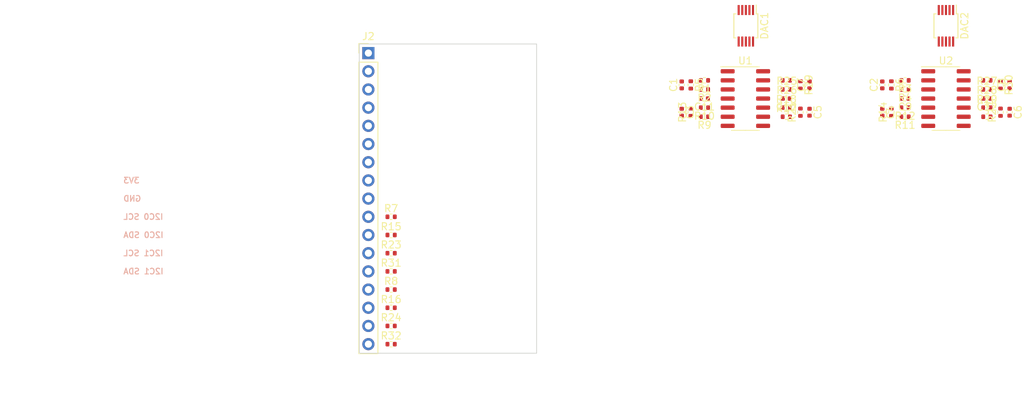
<source format=kicad_pcb>
(kicad_pcb (version 20221018) (generator pcbnew)
  (layers (0 "F.Cu" signal) (31 "B.Cu" signal) (34 "B.Paste" user) (35 "F.Paste" user) (36 "B.SilkS" user "B.Silkscreen") (37 "F.SilkS" user "F.Silkscreen") (38 "B.Mask" user) (39 "F.Mask" user) (44 "Edge.Cuts" user))
  (net 0 "")
  (net 1 "+3.3V")
  (net 2 "/I2C0_SCL")
  (net 3 "/I2C0_SDA")
  (net 4 "Earth")
  (net 6 "/DAC_0_OUTA")
  (net 7 "/DAC_0_OUTB")
  (net 8 "/DAC_0_OUTC")
  (net 9 "/DAC_0_OUTD")
  (net 10 "/I2C1_SCL")
  (net 11 "/I2C1_SDA")
  (net 13 "/DAC_1_OUTA")
  (net 14 "/DAC_1_OUTB")
  (net 15 "/DAC_1_OUTC")
  (net 16 "/DAC_1_OUTD")
  (net 17 "Net-(U1A-+)")
  (net 18 "Net-(C1-Pad2)")
  (net 19 "Net-(U2A-+)")
  (net 20 "Net-(C2-Pad2)")
  (net 21 "Net-(U1B-+)")
  (net 22 "Net-(C3-Pad2)")
  (net 23 "Net-(U2B-+)")
  (net 24 "Net-(C4-Pad2)")
  (net 25 "Net-(U1C-+)")
  (net 26 "Net-(C5-Pad2)")
  (net 27 "Net-(U2C-+)")
  (net 28 "Net-(C6-Pad2)")
  (net 29 "Net-(U1D-+)")
  (net 30 "Net-(C7-Pad2)")
  (net 31 "Net-(U2D-+)")
  (net 32 "Net-(C8-Pad2)")
  (net 33 "/DAC_OFFSET")
  (net 34 "/CV_OUTPUT_1")
  (net 35 "/CV_OUTPUT_2")
  (net 36 "/CV_OUTPUT_3")
  (net 37 "/CV_OUTPUT_4")
  (net 38 "/CV_OUTPUT_5")
  (net 39 "/CV_OUTPUT_6")
  (net 40 "/CV_OUTPUT_7")
  (net 41 "/CV_OUTPUT_8")
  (net 42 "+12V")
  (net 43 "-12V")
  (footprint "Capacitor_SMD:C_0402_1005Metric" (layer "F.Cu") (at 61.595 8.255 -90)
    (fp_text reference "C5" (at 0 -1.16 90) (layer "F.SilkS"))
    (fp_text value "100p")
    (fp_line (start -0.107836 -0.36) (end 0.107836 -0.36) (stroke (width 0.12)) (layer "F.SilkS"))
    (fp_line (start -0.107836 0.36) (end 0.107836 0.36) (stroke (width 0.12)) (layer "F.SilkS"))
    (pad "1" smd roundrect (at -0.48 0 270) (size 0.56 0.62) (layers "F.Cu" "F.Paste" "F.Mask") (net 25 "Net-(U1C-+)"))
    (pad "2" smd roundrect (at 0.48 0 270) (size 0.56 0.62) (layers "F.Cu" "F.Paste" "F.Mask") (net 26 "Net-(C5-Pad2)"))
  )
  (footprint "Resistor_SMD:R_0402_1005Metric" (layer "F.Cu") (at 58.355 8.89)
    (fp_text reference "R17" (at 0 -1.17) (layer "F.SilkS"))
    (fp_text value "100K")
    (fp_line (start -0.153641 -0.38) (end 0.153641 -0.38) (stroke (width 0.12)) (layer "F.SilkS"))
    (fp_line (start -0.153641 0.38) (end 0.153641 0.38) (stroke (width 0.12)) (layer "F.SilkS"))
    (pad "1" smd roundrect (at -0.51 0) (size 0.54 0.64) (layers "F.Cu" "F.Paste" "F.Mask") (net 25 "Net-(U1C-+)"))
    (pad "2" smd roundrect (at 0.51 0) (size 0.54 0.64) (layers "F.Cu" "F.Paste" "F.Mask") (net 33 "/DAC_OFFSET"))
  )
  (footprint "Resistor_SMD:R_0402_1005Metric" (layer "F.Cu") (at 74.93 5.08 180)
    (fp_text reference "R4" (at 0 -1.17) (layer "F.SilkS"))
    (fp_text value "100K")
    (fp_line (start -0.153641 -0.38) (end 0.153641 -0.38) (stroke (width 0.12)) (layer "F.SilkS"))
    (fp_line (start -0.153641 0.38) (end 0.153641 0.38) (stroke (width 0.12)) (layer "F.SilkS"))
    (pad "1" smd roundrect (at -0.51 0 180) (size 0.54 0.64) (layers "F.Cu" "F.Paste" "F.Mask") (net 19 "Net-(U2A-+)"))
    (pad "2" smd roundrect (at 0.51 0 180) (size 0.54 0.64) (layers "F.Cu" "F.Paste" "F.Mask") (net 13 "/DAC_1_OUTA"))
  )
  (footprint "Resistor_SMD:R_0402_1005Metric" (layer "F.Cu") (at 58.355 5.08)
    (fp_text reference "R26" (at 0.065 0.1) (layer "F.SilkS"))
    (fp_text value "100K")
    (fp_line (start -0.153641 -0.38) (end 0.153641 -0.38) (stroke (width 0.12)) (layer "F.SilkS"))
    (fp_line (start -0.153641 0.38) (end 0.153641 0.38) (stroke (width 0.12)) (layer "F.SilkS"))
    (pad "1" smd roundrect (at -0.51 0) (size 0.54 0.64) (layers "F.Cu" "F.Paste" "F.Mask") (net 29 "Net-(U1D-+)"))
    (pad "2" smd roundrect (at 0.51 0) (size 0.54 0.64) (layers "F.Cu" "F.Paste" "F.Mask") (net 9 "/DAC_0_OUTD"))
  )
  (footprint "Package_SO:SOIC-14_3.9x8.7mm_P1.27mm" (layer "F.Cu") (at 80.645 6.35)
    (fp_text reference "U2" (at 0 -5.28) (layer "F.SilkS"))
    (fp_text value "TL074")
    (fp_line (start 0 -4.435) (end -3.45 -4.435) (stroke (width 0.12)) (layer "F.SilkS"))
    (fp_line (start 0 -4.435) (end 1.95 -4.435) (stroke (width 0.12)) (layer "F.SilkS"))
    (fp_line (start 0 4.435) (end -1.95 4.435) (stroke (width 0.12)) (layer "F.SilkS"))
    (fp_line (start 0 4.435) (end 1.95 4.435) (stroke (width 0.12)) (layer "F.SilkS"))
    (pad "1" smd roundrect (at -2.475 -3.81) (size 1.95 0.6) (layers "F.Cu" "F.Paste" "F.Mask") (net 20 "Net-(C2-Pad2)"))
    (pad "2" smd roundrect (at -2.475 -2.54) (size 1.95 0.6) (layers "F.Cu" "F.Paste" "F.Mask") (net 4 "Earth"))
    (pad "3" smd roundrect (at -2.475 -1.27) (size 1.95 0.6) (layers "F.Cu" "F.Paste" "F.Mask") (net 19 "Net-(U2A-+)"))
    (pad "4" smd roundrect (at -2.475 0) (size 1.95 0.6) (layers "F.Cu" "F.Paste" "F.Mask") (net 42 "+12V"))
    (pad "5" smd roundrect (at -2.475 1.27) (size 1.95 0.6) (layers "F.Cu" "F.Paste" "F.Mask") (net 23 "Net-(U2B-+)"))
    (pad "6" smd roundrect (at -2.475 2.54) (size 1.95 0.6) (layers "F.Cu" "F.Paste" "F.Mask") (net 4 "Earth"))
    (pad "7" smd roundrect (at -2.475 3.81) (size 1.95 0.6) (layers "F.Cu" "F.Paste" "F.Mask") (net 24 "Net-(C4-Pad2)"))
    (pad "8" smd roundrect (at 2.475 3.81) (size 1.95 0.6) (layers "F.Cu" "F.Paste" "F.Mask") (net 28 "Net-(C6-Pad2)"))
    (pad "9" smd roundrect (at 2.475 2.54) (size 1.95 0.6) (layers "F.Cu" "F.Paste" "F.Mask") (net 4 "Earth"))
    (pad "10" smd roundrect (at 2.475 1.27) (size 1.95 0.6) (layers "F.Cu" "F.Paste" "F.Mask") (net 27 "Net-(U2C-+)"))
    (pad "11" smd roundrect (at 2.475 0) (size 1.95 0.6) (layers "F.Cu" "F.Paste" "F.Mask") (net 43 "-12V"))
    (pad "12" smd roundrect (at 2.475 -1.27) (size 1.95 0.6) (layers "F.Cu" "F.Paste" "F.Mask") (net 31 "Net-(U2D-+)"))
    (pad "13" smd roundrect (at 2.475 -2.54) (size 1.95 0.6) (layers "F.Cu" "F.Paste" "F.Mask") (net 4 "Earth"))
    (pad "14" smd roundrect (at 2.475 -3.81) (size 1.95 0.6) (layers "F.Cu" "F.Paste" "F.Mask") (net 32 "Net-(C8-Pad2)"))
  )
  (footprint "Capacitor_SMD:C_0402_1005Metric" (layer "F.Cu") (at 86.36 6.35 180)
    (fp_text reference "C12" (at 0 -1.16) (layer "F.SilkS"))
    (fp_text value "100n")
    (fp_line (start -0.107836 -0.36) (end 0.107836 -0.36) (stroke (width 0.12)) (layer "F.SilkS"))
    (fp_line (start -0.107836 0.36) (end 0.107836 0.36) (stroke (width 0.12)) (layer "F.SilkS"))
    (pad "1" smd roundrect (at -0.48 0 180) (size 0.56 0.62) (layers "F.Cu" "F.Paste" "F.Mask") (net 4 "Earth"))
    (pad "2" smd roundrect (at 0.48 0 180) (size 0.56 0.62) (layers "F.Cu" "F.Paste" "F.Mask") (net 43 "-12V"))
  )
  (footprint "Capacitor_SMD:C_0402_1005Metric" (layer "F.Cu") (at 43.75 8.255 -90)
    (fp_text reference "C3" (at 0 -1.16 90) (layer "F.SilkS"))
    (fp_text value "100p")
    (fp_line (start -0.107836 -0.36) (end 0.107836 -0.36) (stroke (width 0.12)) (layer "F.SilkS"))
    (fp_line (start -0.107836 0.36) (end 0.107836 0.36) (stroke (width 0.12)) (layer "F.SilkS"))
    (pad "1" smd roundrect (at -0.48 0 270) (size 0.56 0.62) (layers "F.Cu" "F.Paste" "F.Mask") (net 21 "Net-(U1B-+)"))
    (pad "2" smd roundrect (at 0.48 0 270) (size 0.56 0.62) (layers "F.Cu" "F.Paste" "F.Mask") (net 22 "Net-(C3-Pad2)"))
  )
  (footprint "Package_SO:MSOP-10_3x3mm_P0.5mm" (layer "F.Cu") (at 80.645 -3.81 -90)
    (fp_text reference "DAC2" (at 0 -2.6 90) (layer "F.SilkS"))
    (fp_text value "MCP4728")
    (fp_line (start -1.675 -1.675) (end -1.675 -1.45) (stroke (width 0.15)) (layer "F.SilkS"))
    (fp_line (start -1.675 -1.675) (end 1.675 -1.675) (stroke (width 0.15)) (layer "F.SilkS"))
    (fp_line (start -1.675 -1.45) (end -2.9 -1.45) (stroke (width 0.15)) (layer "F.SilkS"))
    (fp_line (start -1.675 1.675) (end -1.675 1.375) (stroke (width 0.15)) (layer "F.SilkS"))
    (fp_line (start -1.675 1.675) (end 1.675 1.675) (stroke (width 0.15)) (layer "F.SilkS"))
    (fp_line (start 1.675 -1.675) (end 1.675 -1.375) (stroke (width 0.15)) (layer "F.SilkS"))
    (fp_line (start 1.675 1.675) (end 1.675 1.375) (stroke (width 0.15)) (layer "F.SilkS"))
    (pad "1" smd rect (at -2.2 -1 270) (size 1.4 0.3) (layers "F.Cu" "F.Paste" "F.Mask") (net 1 "+3.3V"))
    (pad "2" smd rect (at -2.2 -0.5 270) (size 1.4 0.3) (layers "F.Cu" "F.Paste" "F.Mask") (net 10 "/I2C1_SCL"))
    (pad "3" smd rect (at -2.2 0 270) (size 1.4 0.3) (layers "F.Cu" "F.Paste" "F.Mask") (net 11 "/I2C1_SDA"))
    (pad "4" smd rect (at -2.2 0.5 270) (size 1.4 0.3) (layers "F.Cu" "F.Paste" "F.Mask") (net 4 "Earth"))
    (pad "5" smd rect (at -2.2 1 270) (size 1.4 0.3) (layers "F.Cu" "F.Paste" "F.Mask"))
    (pad "6" smd rect (at 2.2 1 270) (size 1.4 0.3) (layers "F.Cu" "F.Paste" "F.Mask") (net 13 "/DAC_1_OUTA"))
    (pad "7" smd rect (at 2.2 0.5 270) (size 1.4 0.3) (layers "F.Cu" "F.Paste" "F.Mask") (net 14 "/DAC_1_OUTB"))
    (pad "8" smd rect (at 2.2 0 270) (size 1.4 0.3) (layers "F.Cu" "F.Paste" "F.Mask") (net 15 "/DAC_1_OUTC"))
    (pad "9" smd rect (at 2.2 -0.5 270) (size 1.4 0.3) (layers "F.Cu" "F.Paste" "F.Mask") (net 16 "/DAC_1_OUTD"))
    (pad "10" smd rect (at 2.2 -1 270) (size 1.4 0.3) (layers "F.Cu" "F.Paste" "F.Mask") (net 4 "Earth"))
  )
  (footprint "Resistor_SMD:R_0402_1005Metric" (layer "F.Cu") (at 86.36 7.62)
    (fp_text reference "R20" (at 0 -1.17) (layer "F.SilkS"))
    (fp_text value "100K")
    (fp_line (start -0.153641 -0.38) (end 0.153641 -0.38) (stroke (width 0.12)) (layer "F.SilkS"))
    (fp_line (start -0.153641 0.38) (end 0.153641 0.38) (stroke (width 0.12)) (layer "F.SilkS"))
    (pad "1" smd roundrect (at -0.51 0) (size 0.54 0.64) (layers "F.Cu" "F.Paste" "F.Mask") (net 27 "Net-(U2C-+)"))
    (pad "2" smd roundrect (at 0.51 0) (size 0.54 0.64) (layers "F.Cu" "F.Paste" "F.Mask") (net 15 "/DAC_1_OUTC"))
  )
  (footprint "Capacitor_SMD:C_0402_1005Metric" (layer "F.Cu") (at 74.93 6.35 180)
    (fp_text reference "C9" (at 0 -1.16) (layer "F.SilkS"))
    (fp_text value "100n")
    (fp_line (start -0.107836 -0.36) (end 0.107836 -0.36) (stroke (width 0.12)) (layer "F.SilkS"))
    (fp_line (start -0.107836 0.36) (end 0.107836 0.36) (stroke (width 0.12)) (layer "F.SilkS"))
    (pad "1" smd roundrect (at -0.48 0 180) (size 0.56 0.62) (layers "F.Cu" "F.Paste" "F.Mask") (net 42 "+12V"))
    (pad "2" smd roundrect (at 0.48 0 180) (size 0.56 0.62) (layers "F.Cu" "F.Paste" "F.Mask") (net 4 "Earth"))
  )
  (footprint "Package_SO:MSOP-10_3x3mm_P0.5mm" (layer "F.Cu") (at 52.705 -3.81 -90)
    (fp_text reference "DAC1" (at 0 -2.6 90) (layer "F.SilkS"))
    (fp_text value "MCP4728")
    (fp_line (start -1.675 -1.675) (end -1.675 -1.45) (stroke (width 0.15)) (layer "F.SilkS"))
    (fp_line (start -1.675 -1.675) (end 1.675 -1.675) (stroke (width 0.15)) (layer "F.SilkS"))
    (fp_line (start -1.675 -1.45) (end -2.9 -1.45) (stroke (width 0.15)) (layer "F.SilkS"))
    (fp_line (start -1.675 1.675) (end -1.675 1.375) (stroke (width 0.15)) (layer "F.SilkS"))
    (fp_line (start -1.675 1.675) (end 1.675 1.675) (stroke (width 0.15)) (layer "F.SilkS"))
    (fp_line (start 1.675 -1.675) (end 1.675 -1.375) (stroke (width 0.15)) (layer "F.SilkS"))
    (fp_line (start 1.675 1.675) (end 1.675 1.375) (stroke (width 0.15)) (layer "F.SilkS"))
    (pad "1" smd rect (at -2.2 -1 270) (size 1.4 0.3) (layers "F.Cu" "F.Paste" "F.Mask") (net 1 "+3.3V"))
    (pad "2" smd rect (at -2.2 -0.5 270) (size 1.4 0.3) (layers "F.Cu" "F.Paste" "F.Mask") (net 2 "/I2C0_SCL"))
    (pad "3" smd rect (at -2.2 0 270) (size 1.4 0.3) (layers "F.Cu" "F.Paste" "F.Mask") (net 3 "/I2C0_SDA"))
    (pad "4" smd rect (at -2.2 0.5 270) (size 1.4 0.3) (layers "F.Cu" "F.Paste" "F.Mask") (net 4 "Earth"))
    (pad "5" smd rect (at -2.2 1 270) (size 1.4 0.3) (layers "F.Cu" "F.Paste" "F.Mask"))
    (pad "6" smd rect (at 2.2 1 270) (size 1.4 0.3) (layers "F.Cu" "F.Paste" "F.Mask") (net 6 "/DAC_0_OUTA"))
    (pad "7" smd rect (at 2.2 0.5 270) (size 1.4 0.3) (layers "F.Cu" "F.Paste" "F.Mask") (net 7 "/DAC_0_OUTB"))
    (pad "8" smd rect (at 2.2 0 270) (size 1.4 0.3) (layers "F.Cu" "F.Paste" "F.Mask") (net 8 "/DAC_0_OUTC"))
    (pad "9" smd rect (at 2.2 -0.5 270) (size 1.4 0.3) (layers "F.Cu" "F.Paste" "F.Mask") (net 9 "/DAC_0_OUTD"))
    (pad "10" smd rect (at 2.2 -1 270) (size 1.4 0.3) (layers "F.Cu" "F.Paste" "F.Mask") (net 4 "Earth"))
  )
  (footprint "Capacitor_SMD:C_0402_1005Metric" (layer "F.Cu") (at 89.535 4.445 90)
    (fp_text reference "C8" (at 0 -1.16 90) (layer "F.SilkS"))
    (fp_text value "100p")
    (fp_line (start -0.107836 -0.36) (end 0.107836 -0.36) (stroke (width 0.12)) (layer "F.SilkS"))
    (fp_line (start -0.107836 0.36) (end 0.107836 0.36) (stroke (width 0.12)) (layer "F.SilkS"))
    (pad "1" smd roundrect (at -0.48 0 90) (size 0.56 0.62) (layers "F.Cu" "F.Paste" "F.Mask") (net 31 "Net-(U2D-+)"))
    (pad "2" smd roundrect (at 0.48 0 90) (size 0.56 0.62) (layers "F.Cu" "F.Paste" "F.Mask") (net 32 "Net-(C8-Pad2)"))
  )
  (footprint "Resistor_SMD:R_0402_1005Metric" (layer "F.Cu") (at 88.265 4.445 -90)
    (fp_text reference "R30" (at 0 -1.17 90) (layer "F.SilkS"))
    (fp_text value "270K")
    (fp_line (start -0.153641 -0.38) (end 0.153641 -0.38) (stroke (width 0.12)) (layer "F.SilkS"))
    (fp_line (start -0.153641 0.38) (end 0.153641 0.38) (stroke (width 0.12)) (layer "F.SilkS"))
    (pad "1" smd roundrect (at -0.51 0 270) (size 0.54 0.64) (layers "F.Cu" "F.Paste" "F.Mask") (net 32 "Net-(C8-Pad2)"))
    (pad "2" smd roundrect (at 0.51 0 270) (size 0.54 0.64) (layers "F.Cu" "F.Paste" "F.Mask") (net 31 "Net-(U2D-+)"))
  )
  (footprint "Resistor_SMD:R_0402_1005Metric" (layer "F.Cu") (at 46.925 5.08 180)
    (fp_text reference "R2" (at 0 -1.17) (layer "F.SilkS"))
    (fp_text value "100K")
    (fp_line (start -0.153641 -0.38) (end 0.153641 -0.38) (stroke (width 0.12)) (layer "F.SilkS"))
    (fp_line (start -0.153641 0.38) (end 0.153641 0.38) (stroke (width 0.12)) (layer "F.SilkS"))
    (pad "1" smd roundrect (at -0.51 0 180) (size 0.54 0.64) (layers "F.Cu" "F.Paste" "F.Mask") (net 17 "Net-(U1A-+)"))
    (pad "2" smd roundrect (at 0.51 0 180) (size 0.54 0.64) (layers "F.Cu" "F.Paste" "F.Mask") (net 6 "/DAC_0_OUTA"))
  )
  (footprint "Resistor_SMD:R_0402_1005Metric" (layer "F.Cu") (at 3.175 25.4)
    (fp_text reference "R15" (at 0 -1.17) (layer "F.SilkS"))
    (fp_text value "1K")
    (fp_line (start -0.153641 -0.38) (end 0.153641 -0.38) (stroke (width 0.12)) (layer "F.SilkS"))
    (fp_line (start -0.153641 0.38) (end 0.153641 0.38) (stroke (width 0.12)) (layer "F.SilkS"))
    (pad "1" smd roundrect (at -0.51 0) (size 0.54 0.64) (layers "F.Cu" "F.Paste" "F.Mask") (net 35 "/CV_OUTPUT_2"))
    (pad "2" smd roundrect (at 0.51 0) (size 0.54 0.64) (layers "F.Cu" "F.Paste" "F.Mask") (net 22 "Net-(C3-Pad2)"))
  )
  (footprint "Resistor_SMD:R_0402_1005Metric" (layer "F.Cu") (at 3.175 30.48)
    (fp_text reference "R31" (at 0 -1.17) (layer "F.SilkS"))
    (fp_text value "1K")
    (fp_line (start -0.153641 -0.38) (end 0.153641 -0.38) (stroke (width 0.12)) (layer "F.SilkS"))
    (fp_line (start -0.153641 0.38) (end 0.153641 0.38) (stroke (width 0.12)) (layer "F.SilkS"))
    (pad "1" smd roundrect (at -0.51 0) (size 0.54 0.64) (layers "F.Cu" "F.Paste" "F.Mask") (net 37 "/CV_OUTPUT_4"))
    (pad "2" smd roundrect (at 0.51 0) (size 0.54 0.64) (layers "F.Cu" "F.Paste" "F.Mask") (net 30 "Net-(C7-Pad2)"))
  )
  (footprint "Resistor_SMD:R_0402_1005Metric" (layer "F.Cu") (at 74.93 3.81 180)
    (fp_text reference "R3" (at 0 -1.17) (layer "F.SilkS"))
    (fp_text value "100K")
    (fp_line (start -0.153641 -0.38) (end 0.153641 -0.38) (stroke (width 0.12)) (layer "F.SilkS"))
    (fp_line (start -0.153641 0.38) (end 0.153641 0.38) (stroke (width 0.12)) (layer "F.SilkS"))
    (pad "1" smd roundrect (at -0.51 0 180) (size 0.54 0.64) (layers "F.Cu" "F.Paste" "F.Mask") (net 19 "Net-(U2A-+)"))
    (pad "2" smd roundrect (at 0.51 0 180) (size 0.54 0.64) (layers "F.Cu" "F.Paste" "F.Mask") (net 33 "/DAC_OFFSET"))
  )
  (footprint "Capacitor_SMD:C_0402_1005Metric" (layer "F.Cu") (at 58.355 6.35 180)
    (fp_text reference "C10" (at 0 -1.16) (layer "F.SilkS"))
    (fp_text value "100n")
    (fp_line (start -0.107836 -0.36) (end 0.107836 -0.36) (stroke (width 0.12)) (layer "F.SilkS"))
    (fp_line (start -0.107836 0.36) (end 0.107836 0.36) (stroke (width 0.12)) (layer "F.SilkS"))
    (pad "1" smd roundrect (at -0.48 0 180) (size 0.56 0.62) (layers "F.Cu" "F.Paste" "F.Mask") (net 4 "Earth"))
    (pad "2" smd roundrect (at 0.48 0 180) (size 0.56 0.62) (layers "F.Cu" "F.Paste" "F.Mask") (net 43 "-12V"))
  )
  (footprint "Resistor_SMD:R_0402_1005Metric" (layer "F.Cu") (at 46.925 7.62 180)
    (fp_text reference "R10" (at 0 -1.17) (layer "F.SilkS"))
    (fp_text value "100K")
    (fp_line (start -0.153641 -0.38) (end 0.153641 -0.38) (stroke (width 0.12)) (layer "F.SilkS"))
    (fp_line (start -0.153641 0.38) (end 0.153641 0.38) (stroke (width 0.12)) (layer "F.SilkS"))
    (pad "1" smd roundrect (at -0.51 0 180) (size 0.54 0.64) (layers "F.Cu" "F.Paste" "F.Mask") (net 21 "Net-(U1B-+)"))
    (pad "2" smd roundrect (at 0.51 0 180) (size 0.54 0.64) (layers "F.Cu" "F.Paste" "F.Mask") (net 7 "/DAC_0_OUTB"))
  )
  (footprint "Capacitor_SMD:C_0402_1005Metric" (layer "F.Cu") (at 71.755 8.255 -90)
    (fp_text reference "C4" (at 0 -1.16 90) (layer "F.SilkS"))
    (fp_text value "100p")
    (fp_line (start -0.107836 -0.36) (end 0.107836 -0.36) (stroke (width 0.12)) (layer "F.SilkS"))
    (fp_line (start -0.107836 0.36) (end 0.107836 0.36) (stroke (width 0.12)) (layer "F.SilkS"))
    (pad "1" smd roundrect (at -0.48 0 270) (size 0.56 0.62) (layers "F.Cu" "F.Paste" "F.Mask") (net 23 "Net-(U2B-+)"))
    (pad "2" smd roundrect (at 0.48 0 270) (size 0.56 0.62) (layers "F.Cu" "F.Paste" "F.Mask") (net 24 "Net-(C4-Pad2)"))
  )
  (footprint "Resistor_SMD:R_0402_1005Metric" (layer "F.Cu") (at 86.36 5.08)
    (fp_text reference "R28" (at 0 0.1) (layer "F.SilkS"))
    (fp_text value "100K")
    (fp_line (start -0.153641 -0.38) (end 0.153641 -0.38) (stroke (width 0.12)) (layer "F.SilkS"))
    (fp_line (start -0.153641 0.38) (end 0.153641 0.38) (stroke (width 0.12)) (layer "F.SilkS"))
    (pad "1" smd roundrect (at -0.51 0) (size 0.54 0.64) (layers "F.Cu" "F.Paste" "F.Mask") (net 31 "Net-(U2D-+)"))
    (pad "2" smd roundrect (at 0.51 0) (size 0.54 0.64) (layers "F.Cu" "F.Paste" "F.Mask") (net 16 "/DAC_1_OUTD"))
  )
  (footprint "Resistor_SMD:R_0402_1005Metric" (layer "F.Cu") (at 46.925 8.89 180)
    (fp_text reference "R9" (at 0 -1.17) (layer "F.SilkS"))
    (fp_text value "100K")
    (fp_line (start -0.153641 -0.38) (end 0.153641 -0.38) (stroke (width 0.12)) (layer "F.SilkS"))
    (fp_line (start -0.153641 0.38) (end 0.153641 0.38) (stroke (width 0.12)) (layer "F.SilkS"))
    (pad "1" smd roundrect (at -0.51 0 180) (size 0.54 0.64) (layers "F.Cu" "F.Paste" "F.Mask") (net 21 "Net-(U1B-+)"))
    (pad "2" smd roundrect (at 0.51 0 180) (size 0.54 0.64) (layers "F.Cu" "F.Paste" "F.Mask") (net 33 "/DAC_OFFSET"))
  )
  (footprint "Resistor_SMD:R_0402_1005Metric" (layer "F.Cu") (at 3.175 40.64)
    (fp_text reference "R32" (at 0 -1.17) (layer "F.SilkS"))
    (fp_text value "1K")
    (fp_line (start -0.153641 -0.38) (end 0.153641 -0.38) (stroke (width 0.12)) (layer "F.SilkS"))
    (fp_line (start -0.153641 0.38) (end 0.153641 0.38) (stroke (width 0.12)) (layer "F.SilkS"))
    (pad "1" smd roundrect (at -0.51 0) (size 0.54 0.64) (layers "F.Cu" "F.Paste" "F.Mask") (net 41 "/CV_OUTPUT_8"))
    (pad "2" smd roundrect (at 0.51 0) (size 0.54 0.64) (layers "F.Cu" "F.Paste" "F.Mask") (net 32 "Net-(C8-Pad2)"))
  )
  (footprint "Resistor_SMD:R_0402_1005Metric" (layer "F.Cu") (at 3.175 27.94)
    (fp_text reference "R23" (at 0 -1.17) (layer "F.SilkS"))
    (fp_text value "1K")
    (fp_line (start -0.153641 -0.38) (end 0.153641 -0.38) (stroke (width 0.12)) (layer "F.SilkS"))
    (fp_line (start -0.153641 0.38) (end 0.153641 0.38) (stroke (width 0.12)) (layer "F.SilkS"))
    (pad "1" smd roundrect (at -0.51 0) (size 0.54 0.64) (layers "F.Cu" "F.Paste" "F.Mask") (net 36 "/CV_OUTPUT_3"))
    (pad "2" smd roundrect (at 0.51 0) (size 0.54 0.64) (layers "F.Cu" "F.Paste" "F.Mask") (net 26 "Net-(C5-Pad2)"))
  )
  (footprint "Resistor_SMD:R_0402_1005Metric" (layer "F.Cu") (at 45.02 4.445 -90)
    (fp_text reference "R5" (at 0 -1.17 90) (layer "F.SilkS"))
    (fp_text value "270K")
    (fp_line (start -0.153641 -0.38) (end 0.153641 -0.38) (stroke (width 0.12)) (layer "F.SilkS"))
    (fp_line (start -0.153641 0.38) (end 0.153641 0.38) (stroke (width 0.12)) (layer "F.SilkS"))
    (pad "1" smd roundrect (at -0.51 0 270) (size 0.54 0.64) (layers "F.Cu" "F.Paste" "F.Mask") (net 18 "Net-(C1-Pad2)"))
    (pad "2" smd roundrect (at 0.51 0 270) (size 0.54 0.64) (layers "F.Cu" "F.Paste" "F.Mask") (net 17 "Net-(U1A-+)"))
  )
  (footprint "Resistor_SMD:R_0402_1005Metric" (layer "F.Cu") (at 3.175 22.86)
    (fp_text reference "R7" (at 0 -1.17) (layer "F.SilkS"))
    (fp_text value "1K")
    (fp_line (start -0.153641 -0.38) (end 0.153641 -0.38) (stroke (width 0.12)) (layer "F.SilkS"))
    (fp_line (start -0.153641 0.38) (end 0.153641 0.38) (stroke (width 0.12)) (layer "F.SilkS"))
    (pad "1" smd roundrect (at -0.51 0) (size 0.54 0.64) (layers "F.Cu" "F.Paste" "F.Mask") (net 34 "/CV_OUTPUT_1"))
    (pad "2" smd roundrect (at 0.51 0) (size 0.54 0.64) (layers "F.Cu" "F.Paste" "F.Mask") (net 18 "Net-(C1-Pad2)"))
  )
  (footprint "Connector_PinHeader_2.54mm:PinHeader_1x17_P2.54mm_Vertical" (layer "F.Cu") (at 0 0)
    (fp_text reference "J2" (at 0 -2.33) (layer "F.SilkS"))
    (fp_text value "Conn_01x17_Pin")
    (fp_line (start -1.33 -1.33) (end 0 -1.33) (stroke (width 0.12)) (layer "F.SilkS"))
    (fp_line (start -1.33 0) (end -1.33 -1.33) (stroke (width 0.12)) (layer "F.SilkS"))
    (fp_line (start -1.33 1.27) (end -1.33 41.97) (stroke (width 0.12)) (layer "F.SilkS"))
    (fp_line (start -1.33 1.27) (end 1.33 1.27) (stroke (width 0.12)) (layer "F.SilkS"))
    (fp_line (start -1.33 41.97) (end 1.33 41.97) (stroke (width 0.12)) (layer "F.SilkS"))
    (fp_line (start 1.33 1.27) (end 1.33 41.97) (stroke (width 0.12)) (layer "F.SilkS"))
    (pad "1" thru_hole rect (at 0 0) (size 1.7 1.7) (drill 1) (layers "*.Cu" "*.Mask") (net 43 "-12V"))
    (pad "2" thru_hole oval (at 0 2.54) (size 1.7 1.7) (drill 1) (layers "*.Cu" "*.Mask") (net 42 "+12V"))
    (pad "3" thru_hole oval (at 0 5.08) (size 1.7 1.7) (drill 1) (layers "*.Cu" "*.Mask") (net 1 "+3.3V"))
    (pad "4" thru_hole oval (at 0 7.62) (size 1.7 1.7) (drill 1) (layers "*.Cu" "*.Mask") (net 4 "Earth"))
    (pad "5" thru_hole oval (at 0 10.16) (size 1.7 1.7) (drill 1) (layers "*.Cu" "*.Mask") (net 33 "/DAC_OFFSET"))
    (pad "6" thru_hole oval (at 0 12.7) (size 1.7 1.7) (drill 1) (layers "*.Cu" "*.Mask") (net 2 "/I2C0_SCL"))
    (pad "7" thru_hole oval (at 0 15.24) (size 1.7 1.7) (drill 1) (layers "*.Cu" "*.Mask") (net 3 "/I2C0_SDA"))
    (pad "8" thru_hole oval (at 0 17.78) (size 1.7 1.7) (drill 1) (layers "*.Cu" "*.Mask") (net 10 "/I2C1_SCL"))
    (pad "9" thru_hole oval (at 0 20.32) (size 1.7 1.7) (drill 1) (layers "*.Cu" "*.Mask") (net 11 "/I2C1_SDA"))
    (pad "10" thru_hole oval (at 0 22.86) (size 1.7 1.7) (drill 1) (layers "*.Cu" "*.Mask") (net 34 "/CV_OUTPUT_1"))
    (pad "11" thru_hole oval (at 0 25.4) (size 1.7 1.7) (drill 1) (layers "*.Cu" "*.Mask") (net 35 "/CV_OUTPUT_2"))
    (pad "12" thru_hole oval (at 0 27.94) (size 1.7 1.7) (drill 1) (layers "*.Cu" "*.Mask") (net 36 "/CV_OUTPUT_3"))
    (pad "13" thru_hole oval (at 0 30.48) (size 1.7 1.7) (drill 1) (layers "*.Cu" "*.Mask") (net 37 "/CV_OUTPUT_4"))
    (pad "14" thru_hole oval (at 0 33.02) (size 1.7 1.7) (drill 1) (layers "*.Cu" "*.Mask") (net 38 "/CV_OUTPUT_5"))
    (pad "15" thru_hole oval (at 0 35.56) (size 1.7 1.7) (drill 1) (layers "*.Cu" "*.Mask") (net 39 "/CV_OUTPUT_6"))
    (pad "16" thru_hole oval (at 0 38.1) (size 1.7 1.7) (drill 1) (layers "*.Cu" "*.Mask") (net 40 "/CV_OUTPUT_7"))
    (pad "17" thru_hole oval (at 0 40.64) (size 1.7 1.7) (drill 1) (layers "*.Cu" "*.Mask") (net 41 "/CV_OUTPUT_8"))
  )
  (footprint "Resistor_SMD:R_0402_1005Metric" (layer "F.Cu") (at 74.93 8.89 180)
    (fp_text reference "R11" (at 0 -1.17) (layer "F.SilkS"))
    (fp_text value "100K")
    (fp_line (start -0.153641 -0.38) (end 0.153641 -0.38) (stroke (width 0.12)) (layer "F.SilkS"))
    (fp_line (start -0.153641 0.38) (end 0.153641 0.38) (stroke (width 0.12)) (layer "F.SilkS"))
    (pad "1" smd roundrect (at -0.51 0 180) (size 0.54 0.64) (layers "F.Cu" "F.Paste" "F.Mask") (net 23 "Net-(U2B-+)"))
    (pad "2" smd roundrect (at 0.51 0 180) (size 0.54 0.64) (layers "F.Cu" "F.Paste" "F.Mask") (net 33 "/DAC_OFFSET"))
  )
  (footprint "Resistor_SMD:R_0402_1005Metric" (layer "F.Cu") (at 86.36 3.81)
    (fp_text reference "R27" (at 0 0.1) (layer "F.SilkS"))
    (fp_text value "100K")
    (fp_line (start -0.153641 -0.38) (end 0.153641 -0.38) (stroke (width 0.12)) (layer "F.SilkS"))
    (fp_line (start -0.153641 0.38) (end 0.153641 0.38) (stroke (width 0.12)) (layer "F.SilkS"))
    (pad "1" smd roundrect (at -0.51 0) (size 0.54 0.64) (layers "F.Cu" "F.Paste" "F.Mask") (net 31 "Net-(U2D-+)"))
    (pad "2" smd roundrect (at 0.51 0) (size 0.54 0.64) (layers "F.Cu" "F.Paste" "F.Mask") (net 33 "/DAC_OFFSET"))
  )
  (footprint "Capacitor_SMD:C_0402_1005Metric" (layer "F.Cu") (at 71.755 4.445 90)
    (fp_text reference "C2" (at 0 -1.16 90) (layer "F.SilkS"))
    (fp_text value "100p")
    (fp_line (start -0.107836 -0.36) (end 0.107836 -0.36) (stroke (width 0.12)) (layer "F.SilkS"))
    (fp_line (start -0.107836 0.36) (end 0.107836 0.36) (stroke (width 0.12)) (layer "F.SilkS"))
    (pad "1" smd roundrect (at -0.48 0 90) (size 0.56 0.62) (layers "F.Cu" "F.Paste" "F.Mask") (net 19 "Net-(U2A-+)"))
    (pad "2" smd roundrect (at 0.48 0 90) (size 0.56 0.62) (layers "F.Cu" "F.Paste" "F.Mask") (net 20 "Net-(C2-Pad2)"))
  )
  (footprint "Resistor_SMD:R_0402_1005Metric" (layer "F.Cu") (at 74.93 7.62 180)
    (fp_text reference "R12" (at 0 -1.17) (layer "F.SilkS"))
    (fp_text value "100K")
    (fp_line (start -0.153641 -0.38) (end 0.153641 -0.38) (stroke (width 0.12)) (layer "F.SilkS"))
    (fp_line (start -0.153641 0.38) (end 0.153641 0.38) (stroke (width 0.12)) (layer "F.SilkS"))
    (pad "1" smd roundrect (at -0.51 0 180) (size 0.54 0.64) (layers "F.Cu" "F.Paste" "F.Mask") (net 23 "Net-(U2B-+)"))
    (pad "2" smd roundrect (at 0.51 0 180) (size 0.54 0.64) (layers "F.Cu" "F.Paste" "F.Mask") (net 14 "/DAC_1_OUTB"))
  )
  (footprint "Resistor_SMD:R_0402_1005Metric" (layer "F.Cu") (at 45.02 8.255 90)
    (fp_text reference "R13" (at 0 -1.17 90) (layer "F.SilkS"))
    (fp_text value "270K")
    (fp_line (start -0.153641 -0.38) (end 0.153641 -0.38) (stroke (width 0.12)) (layer "F.SilkS"))
    (fp_line (start -0.153641 0.38) (end 0.153641 0.38) (stroke (width 0.12)) (layer "F.SilkS"))
    (pad "1" smd roundrect (at -0.51 0 90) (size 0.54 0.64) (layers "F.Cu" "F.Paste" "F.Mask") (net 22 "Net-(C3-Pad2)"))
    (pad "2" smd roundrect (at 0.51 0 90) (size 0.54 0.64) (layers "F.Cu" "F.Paste" "F.Mask") (net 21 "Net-(U1B-+)"))
  )
  (footprint "Resistor_SMD:R_0402_1005Metric" (layer "F.Cu") (at 73.025 4.445 -90)
    (fp_text reference "R6" (at 0 -1.17 90) (layer "F.SilkS"))
    (fp_text value "270K")
    (fp_line (start -0.153641 -0.38) (end 0.153641 -0.38) (stroke (width 0.12)) (layer "F.SilkS"))
    (fp_line (start -0.153641 0.38) (end 0.153641 0.38) (stroke (width 0.12)) (layer "F.SilkS"))
    (pad "1" smd roundrect (at -0.51 0 270) (size 0.54 0.64) (layers "F.Cu" "F.Paste" "F.Mask") (net 20 "Net-(C2-Pad2)"))
    (pad "2" smd roundrect (at 0.51 0 270) (size 0.54 0.64) (layers "F.Cu" "F.Paste" "F.Mask") (net 19 "Net-(U2A-+)"))
  )
  (footprint "Resistor_SMD:R_0402_1005Metric" (layer "F.Cu") (at 58.355 7.62)
    (fp_text reference "R18" (at 0 -1.17) (layer "F.SilkS"))
    (fp_text value "100K")
    (fp_line (start -0.153641 -0.38) (end 0.153641 -0.38) (stroke (width 0.12)) (layer "F.SilkS"))
    (fp_line (start -0.153641 0.38) (end 0.153641 0.38) (stroke (width 0.12)) (layer "F.SilkS"))
    (pad "1" smd roundrect (at -0.51 0) (size 0.54 0.64) (layers "F.Cu" "F.Paste" "F.Mask") (net 25 "Net-(U1C-+)"))
    (pad "2" smd roundrect (at 0.51 0) (size 0.54 0.64) (layers "F.Cu" "F.Paste" "F.Mask") (net 8 "/DAC_0_OUTC"))
  )
  (footprint "Capacitor_SMD:C_0402_1005Metric" (layer "F.Cu") (at 46.925 6.35 180)
    (fp_text reference "C11" (at 0 -1.16) (layer "F.SilkS"))
    (fp_text value "100n")
    (fp_line (start -0.107836 -0.36) (end 0.107836 -0.36) (stroke (width 0.12)) (layer "F.SilkS"))
    (fp_line (start -0.107836 0.36) (end 0.107836 0.36) (stroke (width 0.12)) (layer "F.SilkS"))
    (pad "1" smd roundrect (at -0.48 0 180) (size 0.56 0.62) (layers "F.Cu" "F.Paste" "F.Mask") (net 42 "+12V"))
    (pad "2" smd roundrect (at 0.48 0 180) (size 0.56 0.62) (layers "F.Cu" "F.Paste" "F.Mask") (net 4 "Earth"))
  )
  (footprint "Resistor_SMD:R_0402_1005Metric" (layer "F.Cu") (at 58.355 3.81)
    (fp_text reference "R25" (at 0.065 0.1) (layer "F.SilkS"))
    (fp_text value "100K")
    (fp_line (start -0.153641 -0.38) (end 0.153641 -0.38) (stroke (width 0.12)) (layer "F.SilkS"))
    (fp_line (start -0.153641 0.38) (end 0.153641 0.38) (stroke (width 0.12)) (layer "F.SilkS"))
    (pad "1" smd roundrect (at -0.51 0) (size 0.54 0.64) (layers "F.Cu" "F.Paste" "F.Mask") (net 29 "Net-(U1D-+)"))
    (pad "2" smd roundrect (at 0.51 0) (size 0.54 0.64) (layers "F.Cu" "F.Paste" "F.Mask") (net 33 "/DAC_OFFSET"))
  )
  (footprint "Resistor_SMD:R_0402_1005Metric" (layer "F.Cu") (at 60.325 8.255 90)
    (fp_text reference "R21" (at 0 -1.17 90) (layer "F.SilkS"))
    (fp_text value "270K")
    (fp_line (start -0.153641 -0.38) (end 0.153641 -0.38) (stroke (width 0.12)) (layer "F.SilkS"))
    (fp_line (start -0.153641 0.38) (end 0.153641 0.38) (stroke (width 0.12)) (layer "F.SilkS"))
    (pad "1" smd roundrect (at -0.51 0 90) (size 0.54 0.64) (layers "F.Cu" "F.Paste" "F.Mask") (net 26 "Net-(C5-Pad2)"))
    (pad "2" smd roundrect (at 0.51 0 90) (size 0.54 0.64) (layers "F.Cu" "F.Paste" "F.Mask") (net 25 "Net-(U1C-+)"))
  )
  (footprint "Capacitor_SMD:C_0402_1005Metric" (layer "F.Cu") (at 43.75 4.445 90)
    (fp_text reference "C1" (at 0 -1.16 90) (layer "F.SilkS"))
    (fp_text value "100p")
    (fp_line (start -0.107836 -0.36) (end 0.107836 -0.36) (stroke (width 0.12)) (layer "F.SilkS"))
    (fp_line (start -0.107836 0.36) (end 0.107836 0.36) (stroke (width 0.12)) (layer "F.SilkS"))
    (pad "1" smd roundrect (at -0.48 0 90) (size 0.56 0.62) (layers "F.Cu" "F.Paste" "F.Mask") (net 17 "Net-(U1A-+)"))
    (pad "2" smd roundrect (at 0.48 0 90) (size 0.56 0.62) (layers "F.Cu" "F.Paste" "F.Mask") (net 18 "Net-(C1-Pad2)"))
  )
  (footprint "Resistor_SMD:R_0402_1005Metric" (layer "F.Cu") (at 88.265 8.255 90)
    (fp_text reference "R22" (at 0 -1.17 90) (layer "F.SilkS"))
    (fp_text value "270K")
    (fp_line (start -0.153641 -0.38) (end 0.153641 -0.38) (stroke (width 0.12)) (layer "F.SilkS"))
    (fp_line (start -0.153641 0.38) (end 0.153641 0.38) (stroke (width 0.12)) (layer "F.SilkS"))
    (pad "1" smd roundrect (at -0.51 0 90) (size 0.54 0.64) (layers "F.Cu" "F.Paste" "F.Mask") (net 28 "Net-(C6-Pad2)"))
    (pad "2" smd roundrect (at 0.51 0 90) (size 0.54 0.64) (layers "F.Cu" "F.Paste" "F.Mask") (net 27 "Net-(U2C-+)"))
  )
  (footprint "Package_SO:SOIC-14_3.9x8.7mm_P1.27mm" (layer "F.Cu") (at 52.64 6.35)
    (fp_text reference "U1" (at 0 -5.28) (layer "F.SilkS"))
    (fp_text value "TL074")
    (fp_line (start 0 -4.435) (end -3.45 -4.435) (stroke (width 0.12)) (layer "F.SilkS"))
    (fp_line (start 0 -4.435) (end 1.95 -4.435) (stroke (width 0.12)) (layer "F.SilkS"))
    (fp_line (start 0 4.435) (end -1.95 4.435) (stroke (width 0.12)) (layer "F.SilkS"))
    (fp_line (start 0 4.435) (end 1.95 4.435) (stroke (width 0.12)) (layer "F.SilkS"))
    (pad "1" smd roundrect (at -2.475 -3.81) (size 1.95 0.6) (layers "F.Cu" "F.Paste" "F.Mask") (net 18 "Net-(C1-Pad2)"))
    (pad "2" smd roundrect (at -2.475 -2.54) (size 1.95 0.6) (layers "F.Cu" "F.Paste" "F.Mask") (net 4 "Earth"))
    (pad "3" smd roundrect (at -2.475 -1.27) (size 1.95 0.6) (layers "F.Cu" "F.Paste" "F.Mask") (net 17 "Net-(U1A-+)"))
    (pad "4" smd roundrect (at -2.475 0) (size 1.95 0.6) (layers "F.Cu" "F.Paste" "F.Mask") (net 42 "+12V"))
    (pad "5" smd roundrect (at -2.475 1.27) (size 1.95 0.6) (layers "F.Cu" "F.Paste" "F.Mask") (net 21 "Net-(U1B-+)"))
    (pad "6" smd roundrect (at -2.475 2.54) (size 1.95 0.6) (layers "F.Cu" "F.Paste" "F.Mask") (net 4 "Earth"))
    (pad "7" smd roundrect (at -2.475 3.81) (size 1.95 0.6) (layers "F.Cu" "F.Paste" "F.Mask") (net 22 "Net-(C3-Pad2)"))
    (pad "8" smd roundrect (at 2.475 3.81) (size 1.95 0.6) (layers "F.Cu" "F.Paste" "F.Mask") (net 26 "Net-(C5-Pad2)"))
    (pad "9" smd roundrect (at 2.475 2.54) (size 1.95 0.6) (layers "F.Cu" "F.Paste" "F.Mask") (net 4 "Earth"))
    (pad "10" smd roundrect (at 2.475 1.27) (size 1.95 0.6) (layers "F.Cu" "F.Paste" "F.Mask") (net 25 "Net-(U1C-+)"))
    (pad "11" smd roundrect (at 2.475 0) (size 1.95 0.6) (layers "F.Cu" "F.Paste" "F.Mask") (net 43 "-12V"))
    (pad "12" smd roundrect (at 2.475 -1.27) (size 1.95 0.6) (layers "F.Cu" "F.Paste" "F.Mask") (net 29 "Net-(U1D-+)"))
    (pad "13" smd roundrect (at 2.475 -2.54) (size 1.95 0.6) (layers "F.Cu" "F.Paste" "F.Mask") (net 4 "Earth"))
    (pad "14" smd roundrect (at 2.475 -3.81) (size 1.95 0.6) (layers "F.Cu" "F.Paste" "F.Mask") (net 30 "Net-(C7-Pad2)"))
  )
  (footprint "Resistor_SMD:R_0402_1005Metric" (layer "F.Cu") (at 3.175 33.02)
    (fp_text reference "R8" (at 0 -1.17) (layer "F.SilkS"))
    (fp_text value "1K")
    (fp_line (start -0.153641 -0.38) (end 0.153641 -0.38) (stroke (width 0.12)) (layer "F.SilkS"))
    (fp_line (start -0.153641 0.38) (end 0.153641 0.38) (stroke (width 0.12)) (layer "F.SilkS"))
    (pad "1" smd roundrect (at -0.51 0) (size 0.54 0.64) (layers "F.Cu" "F.Paste" "F.Mask") (net 38 "/CV_OUTPUT_5"))
    (pad "2" smd roundrect (at 0.51 0) (size 0.54 0.64) (layers "F.Cu" "F.Paste" "F.Mask") (net 20 "Net-(C2-Pad2)"))
  )
  (footprint "Resistor_SMD:R_0402_1005Metric" (layer "F.Cu") (at 3.175 38.1)
    (fp_text reference "R24" (at 0 -1.17) (layer "F.SilkS"))
    (fp_text value "1K")
    (fp_line (start -0.153641 -0.38) (end 0.153641 -0.38) (stroke (width 0.12)) (layer "F.SilkS"))
    (fp_line (start -0.153641 0.38) (end 0.153641 0.38) (stroke (width 0.12)) (layer "F.SilkS"))
    (pad "1" smd roundrect (at -0.51 0) (size 0.54 0.64) (layers "F.Cu" "F.Paste" "F.Mask") (net 40 "/CV_OUTPUT_7"))
    (pad "2" smd roundrect (at 0.51 0) (size 0.54 0.64) (layers "F.Cu" "F.Paste" "F.Mask") (net 28 "Net-(C6-Pad2)"))
  )
  (footprint "Resistor_SMD:R_0402_1005Metric" (layer "F.Cu") (at 86.36 8.89)
    (fp_text reference "R19" (at 0 -2.44) (layer "F.SilkS"))
    (fp_text value "100K")
    (fp_line (start -0.153641 -0.38) (end 0.153641 -0.38) (stroke (width 0.12)) (layer "F.SilkS"))
    (fp_line (start -0.153641 0.38) (end 0.153641 0.38) (stroke (width 0.12)) (layer "F.SilkS"))
    (pad "1" smd roundrect (at -0.51 0) (size 0.54 0.64) (layers "F.Cu" "F.Paste" "F.Mask") (net 27 "Net-(U2C-+)"))
    (pad "2" smd roundrect (at 0.51 0) (size 0.54 0.64) (layers "F.Cu" "F.Paste" "F.Mask") (net 33 "/DAC_OFFSET"))
  )
  (footprint "Resistor_SMD:R_0402_1005Metric" (layer "F.Cu") (at 3.175 35.56)
    (fp_text reference "R16" (at 0 -1.17) (layer "F.SilkS"))
    (fp_text value "1K")
    (fp_line (start -0.153641 -0.38) (end 0.153641 -0.38) (stroke (width 0.12)) (layer "F.SilkS"))
    (fp_line (start -0.153641 0.38) (end 0.153641 0.38) (stroke (width 0.12)) (layer "F.SilkS"))
    (pad "1" smd roundrect (at -0.51 0) (size 0.54 0.64) (layers "F.Cu" "F.Paste" "F.Mask") (net 39 "/CV_OUTPUT_6"))
    (pad "2" smd roundrect (at 0.51 0) (size 0.54 0.64) (layers "F.Cu" "F.Paste" "F.Mask") (net 24 "Net-(C4-Pad2)"))
  )
  (footprint "Resistor_SMD:R_0402_1005Metric" (layer "F.Cu") (at 46.925 3.81 180)
    (fp_text reference "R1" (at 0 -1.17) (layer "F.SilkS"))
    (fp_text value "100K")
    (fp_line (start -0.153641 -0.38) (end 0.153641 -0.38) (stroke (width 0.12)) (layer "F.SilkS"))
    (fp_line (start -0.153641 0.38) (end 0.153641 0.38) (stroke (width 0.12)) (layer "F.SilkS"))
    (pad "1" smd roundrect (at -0.51 0 180) (size 0.54 0.64) (layers "F.Cu" "F.Paste" "F.Mask") (net 17 "Net-(U1A-+)"))
    (pad "2" smd roundrect (at 0.51 0 180) (size 0.54 0.64) (layers "F.Cu" "F.Paste" "F.Mask") (net 33 "/DAC_OFFSET"))
  )
  (footprint "Capacitor_SMD:C_0402_1005Metric" (layer "F.Cu") (at 61.595 4.445 90)
    (fp_text reference "C7" (at 0 -1.16 90) (layer "F.SilkS"))
    (fp_text value "100p")
    (fp_line (start -0.107836 -0.36) (end 0.107836 -0.36) (stroke (width 0.12)) (layer "F.SilkS"))
    (fp_line (start -0.107836 0.36) (end 0.107836 0.36) (stroke (width 0.12)) (layer "F.SilkS"))
    (pad "1" smd roundrect (at -0.48 0 90) (size 0.56 0.62) (layers "F.Cu" "F.Paste" "F.Mask") (net 29 "Net-(U1D-+)"))
    (pad "2" smd roundrect (at 0.48 0 90) (size 0.56 0.62) (layers "F.Cu" "F.Paste" "F.Mask") (net 30 "Net-(C7-Pad2)"))
  )
  (footprint "Capacitor_SMD:C_0402_1005Metric" (layer "F.Cu") (at 89.535 8.255 -90)
    (fp_text reference "C6" (at 0 -1.16 90) (layer "F.SilkS"))
    (fp_text value "100p")
    (fp_line (start -0.107836 -0.36) (end 0.107836 -0.36) (stroke (width 0.12)) (layer "F.SilkS"))
    (fp_line (start -0.107836 0.36) (end 0.107836 0.36) (stroke (width 0.12)) (layer "F.SilkS"))
    (pad "1" smd roundrect (at -0.48 0 270) (size 0.56 0.62) (layers "F.Cu" "F.Paste" "F.Mask") (net 27 "Net-(U2C-+)"))
    (pad "2" smd roundrect (at 0.48 0 270) (size 0.56 0.62) (layers "F.Cu" "F.Paste" "F.Mask") (net 28 "Net-(C6-Pad2)"))
  )
  (footprint "Resistor_SMD:R_0402_1005Metric" (layer "F.Cu") (at 60.325 4.445 -90)
    (fp_text reference "R29" (at 0 -1.17 90) (layer "F.SilkS"))
    (fp_text value "270K")
    (fp_line (start -0.153641 -0.38) (end 0.153641 -0.38) (stroke (width 0.12)) (layer "F.SilkS"))
    (fp_line (start -0.153641 0.38) (end 0.153641 0.38) (stroke (width 0.12)) (layer "F.SilkS"))
    (pad "1" smd roundrect (at -0.51 0 270) (size 0.54 0.64) (layers "F.Cu" "F.Paste" "F.Mask") (net 30 "Net-(C7-Pad2)"))
    (pad "2" smd roundrect (at 0.51 0 270) (size 0.54 0.64) (layers "F.Cu" "F.Paste" "F.Mask") (net 29 "Net-(U1D-+)"))
  )
  (footprint "Resistor_SMD:R_0402_1005Metric" (layer "F.Cu") (at 73.025 8.255 90)
    (fp_text reference "R14" (at 0 -1.17 90) (layer "F.SilkS"))
    (fp_text value "270K")
    (fp_line (start -0.153641 -0.38) (end 0.153641 -0.38) (stroke (width 0.12)) (layer "F.SilkS"))
    (fp_line (start -0.153641 0.38) (end 0.153641 0.38) (stroke (width 0.12)) (layer "F.SilkS"))
    (pad "1" smd roundrect (at -0.51 0 90) (size 0.54 0.64) (layers "F.Cu" "F.Paste" "F.Mask") (net 24 "Net-(C4-Pad2)"))
    (pad "2" smd roundrect (at 0.51 0 90) (size 0.54 0.64) (layers "F.Cu" "F.Paste" "F.Mask") (net 23 "Net-(U2B-+)"))
  )
  (gr_rect (start -1.27 -1.27) (end 23.495 41.91) (stroke (width 0.1)) (fill none) (layer "Edge.Cuts"))
  (gr_text "I2C0 SDA" (at -34.29 25.4) (layer "B.SilkS") (effects (font (size 0.8 0.8) (thickness 0.15) bold) (justify right mirror)))
  (gr_text "GND" (at -34.29 20.32) (layer "B.SilkS") (effects (font (size 0.8 0.8) (thickness 0.15) bold) (justify right mirror)))
  (gr_text "I2C1 SDA" (at -34.29 30.48) (layer "B.SilkS") (effects (font (size 0.8 0.8) (thickness 0.15) bold) (justify right mirror)))
  (gr_text "I2C1 SCL" (at -34.29 27.94) (layer "B.SilkS") (effects (font (size 0.8 0.8) (thickness 0.15) bold) (justify right mirror)))
  (gr_text "3V3" (at -34.29 17.78) (layer "B.SilkS") (effects (font (size 0.8 0.8) (thickness 0.15) bold) (justify right mirror)))
  (gr_text "I2C0 SCL" (at -34.29 22.86) (layer "B.SilkS") (effects (font (size 0.8 0.8) (thickness 0.15) bold) (justify right mirror)))
)
</source>
